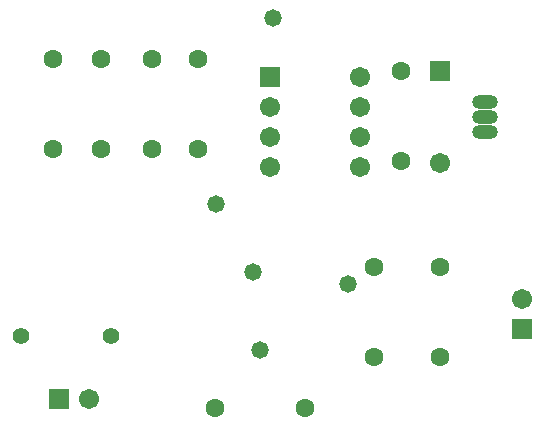
<source format=gbs>
%FSLAX25Y25*%
%MOIN*%
G70*
G01*
G75*
G04 Layer_Color=16711935*
%ADD10C,0.02500*%
%ADD11R,0.05906X0.05906*%
%ADD12O,0.08661X0.02362*%
%ADD13R,0.02362X0.01969*%
%ADD14C,0.01000*%
%ADD15C,0.05512*%
%ADD16C,0.04724*%
%ADD17O,0.07874X0.03937*%
%ADD18O,0.07874X0.03937*%
%ADD19R,0.05906X0.05906*%
%ADD20C,0.05906*%
%ADD21C,0.05000*%
%ADD22C,0.00787*%
%ADD23C,0.00984*%
%ADD24C,0.02362*%
%ADD25R,0.07874X0.03150*%
%ADD26R,0.06706X0.06706*%
%ADD27O,0.09461X0.03162*%
%ADD28R,0.03162X0.02769*%
%ADD29C,0.06312*%
%ADD30C,0.05524*%
%ADD31O,0.08674X0.04737*%
%ADD32O,0.08674X0.04737*%
%ADD33R,0.06706X0.06706*%
%ADD34C,0.06706*%
%ADD35C,0.05800*%
D26*
X200000Y219500D02*
D03*
X129500Y112000D02*
D03*
D29*
X243500Y191551D02*
D03*
Y221551D02*
D03*
X176000Y195551D02*
D03*
Y225551D02*
D03*
X160500D02*
D03*
Y195551D02*
D03*
X127500Y225551D02*
D03*
Y195551D02*
D03*
X143500D02*
D03*
Y225551D02*
D03*
X211500Y109000D02*
D03*
X181500D02*
D03*
X256500Y126000D02*
D03*
Y156000D02*
D03*
X234500D02*
D03*
Y126000D02*
D03*
D30*
X147000Y133000D02*
D03*
X117000D02*
D03*
D31*
X271500Y211000D02*
D03*
Y201000D02*
D03*
D32*
Y206000D02*
D03*
D33*
X256500Y221354D02*
D03*
X284000Y135500D02*
D03*
D34*
X256500Y190646D02*
D03*
X230000Y189500D02*
D03*
Y199500D02*
D03*
Y209500D02*
D03*
Y219500D02*
D03*
X200000Y189500D02*
D03*
Y199500D02*
D03*
Y209500D02*
D03*
X284000Y145500D02*
D03*
X139500Y112000D02*
D03*
D35*
X196500Y128500D02*
D03*
X182000Y177200D02*
D03*
X194100Y154300D02*
D03*
X226031Y150400D02*
D03*
X201000Y239000D02*
D03*
M02*

</source>
